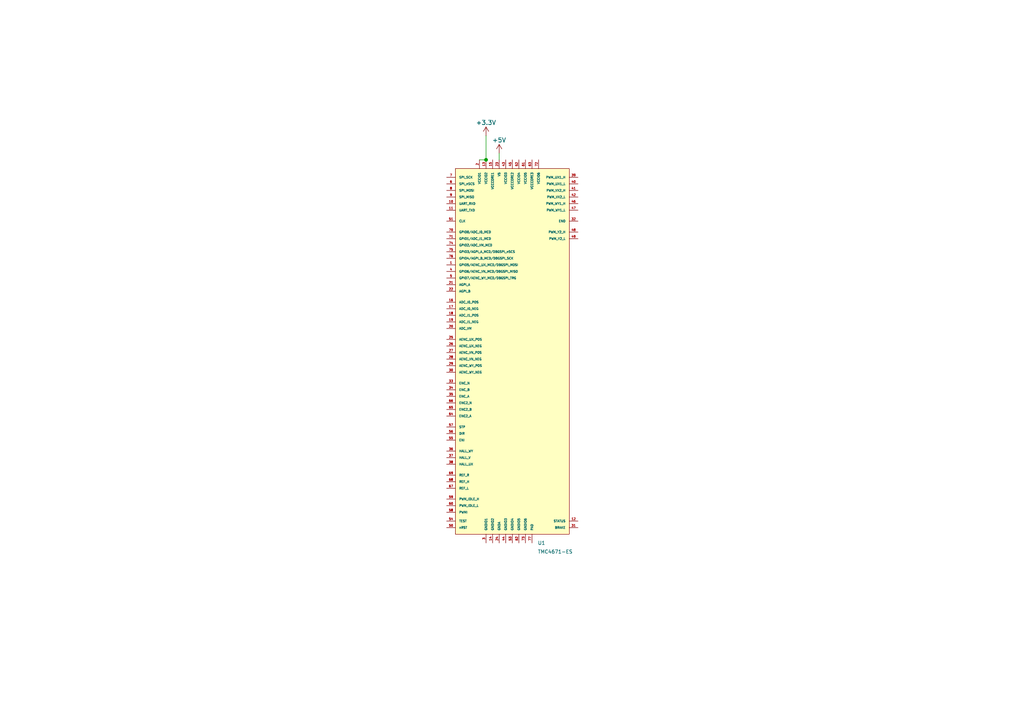
<source format=kicad_sch>
(kicad_sch (version 20230121) (generator eeschema)
  (paper "A4")
  (lib_symbols
    (symbol "power:+3.3V" (power) (pin_names (offset 0))
      (property "Value" "+3.3V" (at 0 3.556 0))
      (symbol "+3.3V_0_1"
        (polyline (pts (xy -0.762 1.27) (xy 0 2.54)))
        (polyline (pts (xy 0 0) (xy 0 2.54)))
        (polyline (pts (xy 0 2.54) (xy 0.762 1.27)))
      )
      (symbol "+3.3V_1_1"
        (pin power_in line (at 0 0 90) (length 0) hide (name "+3.3V") (number "1"))
      )
    )
    (symbol "power:+5V" (power) (pin_names (offset 0))
      (property "Value" "+5V" (at 0 3.556 0))
      (symbol "+5V_0_1"
        (polyline (pts (xy -0.762 1.27) (xy 0 2.54)))
        (polyline (pts (xy 0 0) (xy 0 2.54)))
        (polyline (pts (xy 0 2.54) (xy 0.762 1.27)))
      )
      (symbol "+5V_1_1"
        (pin power_in line (at 0 0 90) (length 0) hide (name "+5V") (number "1"))
      )
    )
    (symbol "trinamic_PMIC-Motor-Drivers-Controllers:TMC4671-ES" (pin_names (offset 1.016))
      (property "Reference" "U" (at 0 -1.27 0))
      (property "Value" "TMC4671-ES" (at 0 1.27 0))
      (symbol "TMC4671-ES_0_1"
        (rectangle (start -16.51 52.705) (end 16.51 -53.34) (fill (type background)))
      )
      (symbol "TMC4671-ES_1_1"
        (pin bidirectional line (at -19.05 24.765 0) (length 2.54) (name "GPIO5/AENC_UX_MCD/DBGSPI_MOSI") (number "1"))
        (pin input line (at -19.05 42.5196 0) (length 2.54) (name "UART_RXD") (number "10"))
        (pin output line (at -19.05 40.6146 0) (length 2.54) (name "UART_TXD") (number "11"))
        (pin output line (at 19.05 -49.53 180) (length 2.54) (name "STATUS") (number "12"))
        (pin unspecified line (at -7.62 55.245 270) (length 2.54) (name "VCCIO2") (number "13"))
        (pin unspecified line (at -5.715 -55.88 90) (length 2.54) (name "GNDIO2") (number "14"))
        (pin unspecified line (at -5.715 55.245 270) (length 2.54) (name "VCCCORE1") (number "15"))
        (pin input line (at -19.05 13.9446 0) (length 2.54) (name "ADC_I0_POS") (number "16"))
        (pin input line (at -19.05 12.0396 0) (length 2.54) (name "ADC_I0_NEG") (number "17"))
        (pin input line (at -19.05 10.1346 0) (length 2.54) (name "ADC_I1_POS") (number "18"))
        (pin input line (at -19.05 8.2296 0) (length 2.54) (name "ADC_I1_NEG") (number "19"))
        (pin unspecified line (at -9.525 55.245 270) (length 2.54) (name "VCCIO1") (number "2"))
        (pin input line (at -19.05 6.3246 0) (length 2.54) (name "ADC_VM") (number "20"))
        (pin input line (at -19.05 19.0246 0) (length 2.54) (name "AGPI_A") (number "21"))
        (pin input line (at -19.05 17.1196 0) (length 2.54) (name "AGPI_B") (number "22"))
        (pin unspecified line (at -3.81 55.245 270) (length 2.54) (name "V5") (number "23"))
        (pin unspecified line (at -3.81 -55.88 90) (length 2.54) (name "GNDA") (number "24"))
        (pin input line (at -19.05 3.1496 0) (length 2.54) (name "AENC_UX_POS") (number "25"))
        (pin input line (at -19.05 1.2446 0) (length 2.54) (name "AENC_UX_NEG") (number "26"))
        (pin input line (at -19.05 -0.6604 0) (length 2.54) (name "AENC_VN_POS") (number "27"))
        (pin input line (at -19.05 -2.5654 0) (length 2.54) (name "AENC_VN_NEG") (number "28"))
        (pin input line (at -19.05 -4.4704 0) (length 2.54) (name "AENC_WY_POS") (number "29"))
        (pin unspecified line (at -7.62 -55.88 90) (length 2.54) (name "GNDIO1") (number "3"))
        (pin input line (at -19.05 -6.3754 0) (length 2.54) (name "AENC_WY_NEG") (number "30"))
        (pin output line (at 19.05 -51.435 180) (length 2.54) (name "BRAKE") (number "31"))
        (pin output line (at 19.05 37.465 180) (length 2.54) (name "ENO") (number "32"))
        (pin input line (at -19.05 -9.5504 0) (length 2.54) (name "ENC_N") (number "33"))
        (pin input line (at -19.05 -11.4554 0) (length 2.54) (name "ENC_B") (number "34"))
        (pin input line (at -19.05 -13.3604 0) (length 2.54) (name "ENC_A") (number "35"))
        (pin input line (at -19.05 -29.2354 0) (length 2.54) (name "HALL_WY") (number "36"))
        (pin input line (at -19.05 -31.1404 0) (length 2.54) (name "HALL_V") (number "37"))
        (pin input line (at -19.05 -33.0454 0) (length 2.54) (name "HALL_UX") (number "38"))
        (pin output line (at 19.05 50.165 180) (length 2.54) (name "PWM_UX1_H") (number "39"))
        (pin bidirectional line (at -19.05 22.86 0) (length 2.54) (name "GPIO6/AENC_VN_MCD/DBGSPI_MISO") (number "4"))
        (pin output line (at 19.05 48.26 180) (length 2.54) (name "PWM_UX1_L") (number "40"))
        (pin output line (at 19.05 46.355 180) (length 2.54) (name "PWM_VX2_H") (number "41"))
        (pin output line (at 19.05 44.45 180) (length 2.54) (name "PWM_VX2_L") (number "42"))
        (pin unspecified line (at -1.905 55.245 270) (length 2.54) (name "VCCIO3") (number "43"))
        (pin unspecified line (at -1.905 -55.88 90) (length 2.54) (name "GNDIO3") (number "44"))
        (pin unspecified line (at 0 55.245 270) (length 2.54) (name "VCCCORE2") (number "45"))
        (pin output line (at 19.05 42.545 180) (length 2.54) (name "PWM_WY1_H") (number "46"))
        (pin output line (at 19.05 40.64 180) (length 2.54) (name "PWM_WY1_L") (number "47"))
        (pin output line (at 19.05 34.29 180) (length 2.54) (name "PWM_Y2_H") (number "48"))
        (pin output line (at 19.05 32.3596 180) (length 2.54) (name "PWM_Y2_L") (number "49"))
        (pin bidirectional line (at -19.05 20.955 0) (length 2.54) (name "GPIO7/AENC_WY_MCD/DBGSPI_TRG") (number "5"))
        (pin input line (at -19.05 -51.435 0) (length 2.54) (name "nRST") (number "50"))
        (pin input line (at -19.05 37.465 0) (length 2.54) (name "CLK") (number "51"))
        (pin unspecified line (at 1.905 55.245 270) (length 2.54) (name "VCCIO4") (number "52"))
        (pin unspecified line (at 0 -55.88 90) (length 2.54) (name "GNDIO4") (number "53"))
        (pin input line (at -19.05 -49.53 0) (length 2.54) (name "TEST") (number "54"))
        (pin input line (at -19.05 -26.0604 0) (length 2.54) (name "ENI") (number "55"))
        (pin input line (at -19.05 -24.1554 0) (length 2.54) (name "DIR") (number "56"))
        (pin input line (at -19.05 -22.2504 0) (length 2.54) (name "STP") (number "57"))
        (pin input line (at -19.05 -46.99 0) (length 2.54) (name "PWMI") (number "58"))
        (pin input line (at -19.05 -43.1546 0) (length 2.54) (name "PWM_IDLE_H") (number "59"))
        (pin input line (at -19.05 48.26 0) (length 2.54) (name "SPI_nSCS") (number "6"))
        (pin input line (at -19.05 -45.0596 0) (length 2.54) (name "PWM_IDLE_L") (number "60"))
        (pin unspecified line (at 3.81 55.245 270) (length 2.54) (name "VCCIO5") (number "61"))
        (pin unspecified line (at 1.905 -55.88 90) (length 2.54) (name "GNDIO5") (number "62"))
        (pin unspecified line (at 5.715 55.245 270) (length 2.54) (name "VCCCORE3") (number "63"))
        (pin input line (at -19.05 -19.0754 0) (length 2.54) (name "ENC2_A") (number "64"))
        (pin input line (at -19.05 -17.1704 0) (length 2.54) (name "ENC2_B") (number "65"))
        (pin input line (at -19.05 -15.2654 0) (length 2.54) (name "ENC2_N") (number "66"))
        (pin input line (at -19.05 -40.0304 0) (length 2.54) (name "REF_L") (number "67"))
        (pin input line (at -19.05 -38.1254 0) (length 2.54) (name "REF_H") (number "68"))
        (pin input line (at -19.05 -36.2204 0) (length 2.54) (name "REF_R") (number "69"))
        (pin input line (at -19.05 50.165 0) (length 2.54) (name "SPI_SCK") (number "7"))
        (pin bidirectional line (at -19.05 34.29 0) (length 2.54) (name "GPIO0/ADC_I0_MCD") (number "70"))
        (pin bidirectional line (at -19.05 32.3596 0) (length 2.54) (name "GPIO1/ADC_I1_MCD") (number "71"))
        (pin unspecified line (at 7.62 55.245 270) (length 2.54) (name "VCCIO6") (number "72"))
        (pin unspecified line (at 3.81 -55.88 90) (length 2.54) (name "GNDIO6") (number "73"))
        (pin bidirectional line (at -19.05 30.48 0) (length 2.54) (name "GPIO2/ADC_VM_MCD") (number "74"))
        (pin bidirectional line (at -19.05 28.575 0) (length 2.54) (name "GPIO3/AGPI_A_MCD/DBGSPI_nSCS") (number "75"))
        (pin bidirectional line (at -19.05 26.67 0) (length 2.54) (name "GPIO4/AGPI_B_MCD/DBGSPI_SCK") (number "76"))
        (pin unspecified line (at 5.715 -55.88 90) (length 2.54) (name "PAD") (number "77"))
        (pin input line (at -19.05 46.355 0) (length 2.54) (name "SPI_MOSI") (number "8"))
        (pin output line (at -19.05 44.45 0) (length 2.54) (name "SPI_MISO") (number "9"))
      )
    )
  )
  (junction (at 140.97 46.355))
  (wire (pts (xy 144.78 44.45) (xy 144.78 46.355)))
  (wire (pts (xy 140.97 39.37) (xy 140.97 46.355)))
  (wire (pts (xy 140.97 46.355) (xy 139.065 46.355)))
  (symbol (lib_id "trinamic_PMIC-Motor-Drivers-Controllers:TMC4671-ES") (at 148.59 101.6 0) (unit 1)
    (property "Reference" "U1" (at 155.9561 157.48 0) (effects (font (size 1.016 1.016)) (justify left)))
    (property "Value" "TMC4671-ES" (at 155.9561 160.02 0) (effects (font (size 1.016 1.016)) (justify left)))
    (property "Footprint" "trinamic-footprints:QFN76P" (effects hide))
    (property "Datasheet" "https://www.trinamic.com/fileadmin/assets/Products/ICs_Documents/TMC4671_datasheet_v1.03.pdf" (effects hide))
    (property "Digi-Key_PN" "1460-1302-ND" (effects hide))
    (property "MPN" "TMC4671-ES" (effects hide))
    (property "Category" "Integrated Circuits (ICs)" (effects hide))
    (property "Family" "PMIC - Motor Drivers, Controllers" (effects hide))
    (property "DK_Datasheet_Link" "https://www.trinamic.com/fileadmin/assets/Products/ICs_Documents/TMC4671_datasheet_v1.03.pdf" (effects hide))
    (property "DK_Detail_Page" "/product-detail/en/trinamic-motion-control-gmbh/TMC4671-ES/1460-1302-ND/9450492" (effects hide))
    (property "Description" "IC MOTOR DRIVER MULTIPHASE 76QFN" (effects hide))
    (property "Manufacturer" "Trinamic Motion Control GmbH" (effects hide))
    (property "Status" "Active" (effects hide))
  )
  (symbol (lib_id "power:+5V") (at 144.78 44.45 0) (unit 1)
    (property "Reference" "#PWR02" (effects hide))
    (property "Value" "+5V" (at 144.78 40.64 0))
  )
  (symbol (lib_id "power:+3.3V") (at 140.97 39.37 0) (unit 1)
    (property "Reference" "#PWR01" (effects hide))
    (property "Value" "+3.3V" (at 140.97 35.56 0))
  )
)
</source>
